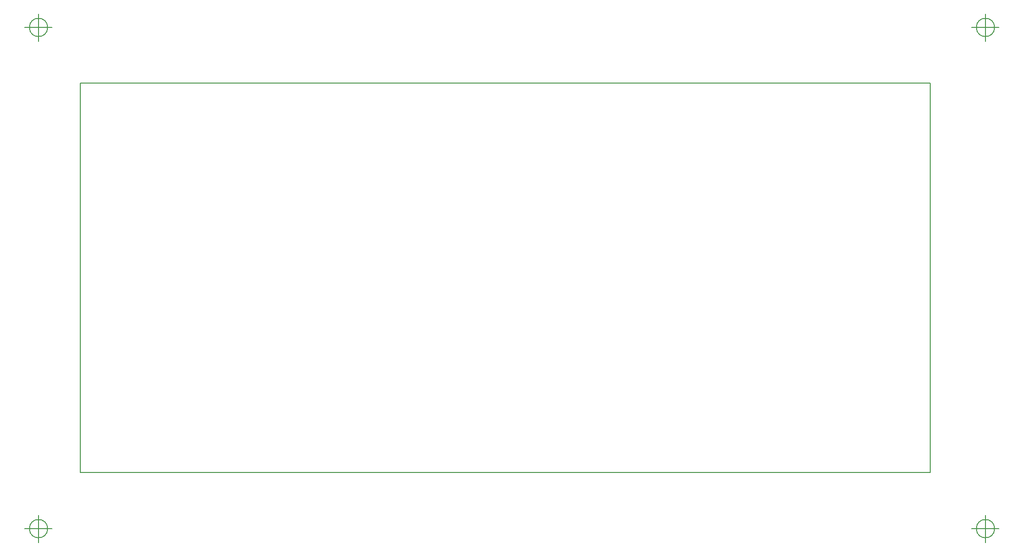
<source format=gbr>
G04 #@! TF.FileFunction,Profile,NP*
%FSLAX46Y46*%
G04 Gerber Fmt 4.6, Leading zero omitted, Abs format (unit mm)*
G04 Created by KiCad (PCBNEW 4.0.2-stable) date 22/12/2017 23:20:32*
%MOMM*%
G01*
G04 APERTURE LIST*
%ADD10C,0.100000*%
%ADD11C,0.150000*%
G04 APERTURE END LIST*
D10*
D11*
X65546666Y-127780000D02*
G75*
G03X65546666Y-127780000I-1666666J0D01*
G01*
X61380000Y-127780000D02*
X66380000Y-127780000D01*
X63880000Y-125280000D02*
X63880000Y-130280000D01*
X238266666Y-127780000D02*
G75*
G03X238266666Y-127780000I-1666666J0D01*
G01*
X234100000Y-127780000D02*
X239100000Y-127780000D01*
X236600000Y-125280000D02*
X236600000Y-130280000D01*
X238266666Y-36340000D02*
G75*
G03X238266666Y-36340000I-1666666J0D01*
G01*
X234100000Y-36340000D02*
X239100000Y-36340000D01*
X236600000Y-33840000D02*
X236600000Y-38840000D01*
X65546666Y-36340000D02*
G75*
G03X65546666Y-36340000I-1666666J0D01*
G01*
X61380000Y-36340000D02*
X66380000Y-36340000D01*
X63880000Y-33840000D02*
X63880000Y-38840000D01*
X226500000Y-46500000D02*
X226500000Y-117500000D01*
X71500000Y-46500000D02*
X226500000Y-46500000D01*
X71500000Y-46500000D02*
X71500000Y-117500000D01*
X71500000Y-117500000D02*
X226500000Y-117500000D01*
M02*

</source>
